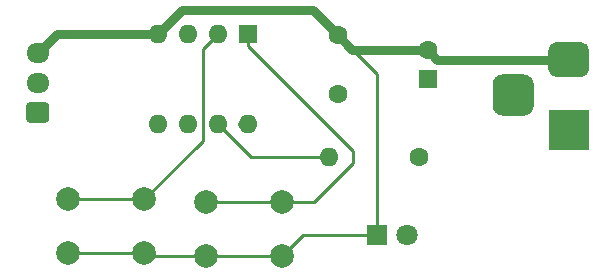
<source format=gbr>
%TF.GenerationSoftware,KiCad,Pcbnew,5.1.6-c6e7f7d~86~ubuntu19.10.1*%
%TF.CreationDate,2020-07-11T11:49:28-04:00*%
%TF.ProjectId,ATtiny85-WS2812-Controller,41547469-6e79-4383-952d-575332383132,rev?*%
%TF.SameCoordinates,Original*%
%TF.FileFunction,Copper,L2,Bot*%
%TF.FilePolarity,Positive*%
%FSLAX46Y46*%
G04 Gerber Fmt 4.6, Leading zero omitted, Abs format (unit mm)*
G04 Created by KiCad (PCBNEW 5.1.6-c6e7f7d~86~ubuntu19.10.1) date 2020-07-11 11:49:28*
%MOMM*%
%LPD*%
G01*
G04 APERTURE LIST*
%TA.AperFunction,ComponentPad*%
%ADD10O,1.600000X1.600000*%
%TD*%
%TA.AperFunction,ComponentPad*%
%ADD11R,1.600000X1.600000*%
%TD*%
%TA.AperFunction,ComponentPad*%
%ADD12C,2.000000*%
%TD*%
%TA.AperFunction,ComponentPad*%
%ADD13C,1.600000*%
%TD*%
%TA.AperFunction,ComponentPad*%
%ADD14O,1.950000X1.700000*%
%TD*%
%TA.AperFunction,ComponentPad*%
%ADD15R,3.500000X3.500000*%
%TD*%
%TA.AperFunction,ComponentPad*%
%ADD16C,1.800000*%
%TD*%
%TA.AperFunction,ComponentPad*%
%ADD17R,1.800000X1.800000*%
%TD*%
%TA.AperFunction,Conductor*%
%ADD18C,0.750000*%
%TD*%
%TA.AperFunction,Conductor*%
%ADD19C,0.250000*%
%TD*%
G04 APERTURE END LIST*
D10*
%TO.P,U1,8*%
%TO.N,+5V*%
X114046000Y-68580000D03*
%TO.P,U1,4*%
%TO.N,GND*%
X106426000Y-60960000D03*
%TO.P,U1,7*%
%TO.N,Net-(R1-Pad2)*%
X111506000Y-68580000D03*
%TO.P,U1,3*%
%TO.N,N/C*%
X108966000Y-60960000D03*
%TO.P,U1,6*%
X108966000Y-68580000D03*
%TO.P,U1,2*%
%TO.N,Net-(SW2-Pad1)*%
X111506000Y-60960000D03*
%TO.P,U1,5*%
%TO.N,PDATA*%
X106426000Y-68580000D03*
D11*
%TO.P,U1,1*%
%TO.N,Net-(SW1-Pad1)*%
X114046000Y-60960000D03*
%TD*%
D12*
%TO.P,SW2,1*%
%TO.N,Net-(SW2-Pad1)*%
X105306000Y-74930000D03*
%TO.P,SW2,2*%
%TO.N,GND*%
X105306000Y-79430000D03*
%TO.P,SW2,1*%
%TO.N,Net-(SW2-Pad1)*%
X98806000Y-74930000D03*
%TO.P,SW2,2*%
%TO.N,GND*%
X98806000Y-79430000D03*
%TD*%
%TO.P,SW1,1*%
%TO.N,Net-(SW1-Pad1)*%
X116990000Y-75184000D03*
%TO.P,SW1,2*%
%TO.N,GND*%
X116990000Y-79684000D03*
%TO.P,SW1,1*%
%TO.N,Net-(SW1-Pad1)*%
X110490000Y-75184000D03*
%TO.P,SW1,2*%
%TO.N,GND*%
X110490000Y-79684000D03*
%TD*%
D10*
%TO.P,R1,2*%
%TO.N,Net-(R1-Pad2)*%
X120904000Y-71374000D03*
D13*
%TO.P,R1,1*%
%TO.N,Net-(D1-Pad2)*%
X128524000Y-71374000D03*
%TD*%
D14*
%TO.P,J2,3*%
%TO.N,GND*%
X96266000Y-62564000D03*
%TO.P,J2,2*%
%TO.N,PDATA*%
X96266000Y-65064000D03*
%TO.P,J2,1*%
%TO.N,+5V*%
%TA.AperFunction,ComponentPad*%
G36*
G01*
X96991000Y-68414000D02*
X95541000Y-68414000D01*
G75*
G02*
X95291000Y-68164000I0J250000D01*
G01*
X95291000Y-66964000D01*
G75*
G02*
X95541000Y-66714000I250000J0D01*
G01*
X96991000Y-66714000D01*
G75*
G02*
X97241000Y-66964000I0J-250000D01*
G01*
X97241000Y-68164000D01*
G75*
G02*
X96991000Y-68414000I-250000J0D01*
G01*
G37*
%TD.AperFunction*%
%TD*%
%TO.P,J1,3*%
%TO.N,N/C*%
%TA.AperFunction,ComponentPad*%
G36*
G01*
X135649000Y-64338000D02*
X137399000Y-64338000D01*
G75*
G02*
X138274000Y-65213000I0J-875000D01*
G01*
X138274000Y-66963000D01*
G75*
G02*
X137399000Y-67838000I-875000J0D01*
G01*
X135649000Y-67838000D01*
G75*
G02*
X134774000Y-66963000I0J875000D01*
G01*
X134774000Y-65213000D01*
G75*
G02*
X135649000Y-64338000I875000J0D01*
G01*
G37*
%TD.AperFunction*%
%TO.P,J1,2*%
%TO.N,GND*%
%TA.AperFunction,ComponentPad*%
G36*
G01*
X140224000Y-61588000D02*
X142224000Y-61588000D01*
G75*
G02*
X142974000Y-62338000I0J-750000D01*
G01*
X142974000Y-63838000D01*
G75*
G02*
X142224000Y-64588000I-750000J0D01*
G01*
X140224000Y-64588000D01*
G75*
G02*
X139474000Y-63838000I0J750000D01*
G01*
X139474000Y-62338000D01*
G75*
G02*
X140224000Y-61588000I750000J0D01*
G01*
G37*
%TD.AperFunction*%
D15*
%TO.P,J1,1*%
%TO.N,+5V*%
X141224000Y-69088000D03*
%TD*%
D16*
%TO.P,D1,2*%
%TO.N,Net-(D1-Pad2)*%
X127508000Y-77978000D03*
D17*
%TO.P,D1,1*%
%TO.N,GND*%
X124968000Y-77978000D03*
%TD*%
D13*
%TO.P,C2,2*%
%TO.N,GND*%
X121666000Y-61040000D03*
%TO.P,C2,1*%
%TO.N,+5V*%
X121666000Y-66040000D03*
%TD*%
%TO.P,C1,2*%
%TO.N,GND*%
X129286000Y-62270000D03*
D11*
%TO.P,C1,1*%
%TO.N,+5V*%
X129286000Y-64770000D03*
%TD*%
D18*
%TO.N,GND*%
X130104000Y-63088000D02*
X129286000Y-62270000D01*
X141224000Y-63088000D02*
X130104000Y-63088000D01*
X122896000Y-62270000D02*
X121666000Y-61040000D01*
X129286000Y-62270000D02*
X122896000Y-62270000D01*
X121666000Y-61040000D02*
X119554000Y-58928000D01*
X108458000Y-58928000D02*
X106426000Y-60960000D01*
X119554000Y-58928000D02*
X108458000Y-58928000D01*
X97870000Y-60960000D02*
X96266000Y-62564000D01*
X106426000Y-60960000D02*
X97870000Y-60960000D01*
D19*
X118696000Y-77978000D02*
X116990000Y-79684000D01*
X124968000Y-77978000D02*
X118696000Y-77978000D01*
X116990000Y-79684000D02*
X110490000Y-79684000D01*
X105560000Y-79684000D02*
X105306000Y-79430000D01*
X110490000Y-79684000D02*
X105560000Y-79684000D01*
X105306000Y-79430000D02*
X98806000Y-79430000D01*
X124968000Y-64342000D02*
X124968000Y-77978000D01*
X121666000Y-61040000D02*
X124968000Y-64342000D01*
D18*
%TO.N,+5V*%
X114126000Y-68580000D02*
X113538000Y-68580000D01*
D19*
%TO.N,Net-(R1-Pad2)*%
X114300000Y-71374000D02*
X120904000Y-71374000D01*
X111506000Y-68580000D02*
X114300000Y-71374000D01*
%TO.N,Net-(SW1-Pad1)*%
X114046000Y-60960000D02*
X114046000Y-61976000D01*
X114046000Y-61976000D02*
X122936000Y-70866000D01*
X122936000Y-70866000D02*
X122936000Y-71882000D01*
X119634000Y-75184000D02*
X116990000Y-75184000D01*
X122936000Y-71882000D02*
X119634000Y-75184000D01*
X110490000Y-75184000D02*
X116990000Y-75184000D01*
%TO.N,Net-(SW2-Pad1)*%
X111506000Y-60960000D02*
X110236000Y-62230000D01*
X110236000Y-70000000D02*
X105306000Y-74930000D01*
X110236000Y-62230000D02*
X110236000Y-70000000D01*
X98806000Y-74930000D02*
X105306000Y-74930000D01*
%TD*%
M02*

</source>
